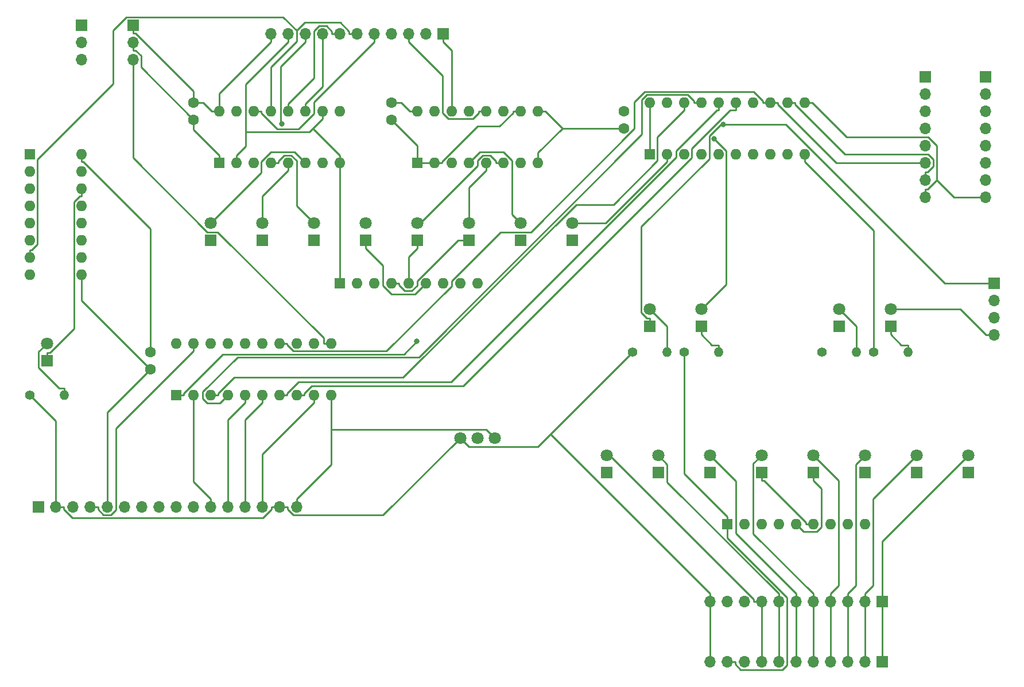
<source format=gbr>
%TF.GenerationSoftware,KiCad,Pcbnew,5.1.6-c6e7f7d~87~ubuntu16.04.1*%
%TF.CreationDate,2021-01-23T14:48:53-05:00*%
%TF.ProjectId,riscy_io,72697363-795f-4696-9f2e-6b696361645f,rev?*%
%TF.SameCoordinates,Original*%
%TF.FileFunction,Copper,L2,Bot*%
%TF.FilePolarity,Positive*%
%FSLAX46Y46*%
G04 Gerber Fmt 4.6, Leading zero omitted, Abs format (unit mm)*
G04 Created by KiCad (PCBNEW 5.1.6-c6e7f7d~87~ubuntu16.04.1) date 2021-01-23 14:48:53*
%MOMM*%
%LPD*%
G01*
G04 APERTURE LIST*
%TA.AperFunction,ComponentPad*%
%ADD10O,1.700000X1.700000*%
%TD*%
%TA.AperFunction,ComponentPad*%
%ADD11R,1.700000X1.700000*%
%TD*%
%TA.AperFunction,ComponentPad*%
%ADD12O,1.600000X1.600000*%
%TD*%
%TA.AperFunction,ComponentPad*%
%ADD13R,1.600000X1.600000*%
%TD*%
%TA.AperFunction,ComponentPad*%
%ADD14C,1.800000*%
%TD*%
%TA.AperFunction,ComponentPad*%
%ADD15O,1.400000X1.400000*%
%TD*%
%TA.AperFunction,ComponentPad*%
%ADD16C,1.400000*%
%TD*%
%TA.AperFunction,ComponentPad*%
%ADD17R,1.800000X1.800000*%
%TD*%
%TA.AperFunction,ComponentPad*%
%ADD18C,1.600000*%
%TD*%
%TA.AperFunction,ViaPad*%
%ADD19C,0.800000*%
%TD*%
%TA.AperFunction,Conductor*%
%ADD20C,0.250000*%
%TD*%
G04 APERTURE END LIST*
D10*
%TO.P,J10,11*%
%TO.N,+5V*%
X104140000Y-96520000D03*
%TO.P,J10,10*%
%TO.N,GND*%
X106680000Y-96520000D03*
%TO.P,J10,9*%
%TO.N,out3*%
X109220000Y-96520000D03*
%TO.P,J10,8*%
%TO.N,Net-(D9-Pad2)*%
X111760000Y-96520000D03*
%TO.P,J10,7*%
%TO.N,Net-(D10-Pad2)*%
X114300000Y-96520000D03*
%TO.P,J10,6*%
%TO.N,Net-(D11-Pad2)*%
X116840000Y-96520000D03*
%TO.P,J10,5*%
%TO.N,Net-(D12-Pad2)*%
X119380000Y-96520000D03*
%TO.P,J10,4*%
%TO.N,Net-(D13-Pad2)*%
X121920000Y-96520000D03*
%TO.P,J10,3*%
%TO.N,Net-(D14-Pad2)*%
X124460000Y-96520000D03*
%TO.P,J10,2*%
%TO.N,Net-(D15-Pad2)*%
X127000000Y-96520000D03*
D11*
%TO.P,J10,1*%
%TO.N,Net-(D16-Pad2)*%
X129540000Y-96520000D03*
%TD*%
D12*
%TO.P,U2,16*%
%TO.N,+5V*%
X60960000Y-15240000D03*
%TO.P,U2,8*%
%TO.N,GND*%
X78740000Y-22860000D03*
%TO.P,U2,15*%
%TO.N,inclr*%
X63500000Y-15240000D03*
%TO.P,U2,7*%
%TO.N,Net-(D21-Pad1)*%
X76200000Y-22860000D03*
%TO.P,U2,14*%
%TO.N,Net-(J8-Pad5)*%
X66040000Y-15240000D03*
%TO.P,U2,6*%
%TO.N,Net-(D5-Pad2)*%
X73660000Y-22860000D03*
%TO.P,U2,13*%
%TO.N,Net-(J8-Pad4)*%
X68580000Y-15240000D03*
%TO.P,U2,5*%
%TO.N,Net-(D6-Pad2)*%
X71120000Y-22860000D03*
%TO.P,U2,12*%
%TO.N,Net-(J8-Pad3)*%
X71120000Y-15240000D03*
%TO.P,U2,4*%
%TO.N,Net-(D7-Pad2)*%
X68580000Y-22860000D03*
%TO.P,U2,11*%
%TO.N,Net-(J8-Pad2)*%
X73660000Y-15240000D03*
%TO.P,U2,3*%
%TO.N,Net-(D8-Pad2)*%
X66040000Y-22860000D03*
%TO.P,U2,10*%
%TO.N,GND*%
X76200000Y-15240000D03*
%TO.P,U2,2*%
X63500000Y-22860000D03*
%TO.P,U2,9*%
X78740000Y-15240000D03*
D13*
%TO.P,U2,1*%
X60960000Y-22860000D03*
%TD*%
D12*
%TO.P,U1,16*%
%TO.N,+5V*%
X31750000Y-15240000D03*
%TO.P,U1,8*%
%TO.N,GND*%
X49530000Y-22860000D03*
%TO.P,U1,15*%
%TO.N,inclr*%
X34290000Y-15240000D03*
%TO.P,U1,7*%
%TO.N,Net-(D21-Pad1)*%
X46990000Y-22860000D03*
%TO.P,U1,14*%
%TO.N,Net-(J8-Pad6)*%
X36830000Y-15240000D03*
%TO.P,U1,6*%
%TO.N,Net-(D1-Pad2)*%
X44450000Y-22860000D03*
%TO.P,U1,13*%
%TO.N,Net-(J8-Pad7)*%
X39370000Y-15240000D03*
%TO.P,U1,5*%
%TO.N,Net-(D2-Pad2)*%
X41910000Y-22860000D03*
%TO.P,U1,12*%
%TO.N,Net-(J8-Pad8)*%
X41910000Y-15240000D03*
%TO.P,U1,4*%
%TO.N,Net-(D3-Pad2)*%
X39370000Y-22860000D03*
%TO.P,U1,11*%
%TO.N,Net-(J8-Pad15)*%
X44450000Y-15240000D03*
%TO.P,U1,3*%
%TO.N,Net-(D4-Pad2)*%
X36830000Y-22860000D03*
%TO.P,U1,10*%
%TO.N,GND*%
X46990000Y-15240000D03*
%TO.P,U1,2*%
X34290000Y-22860000D03*
%TO.P,U1,9*%
X49530000Y-15240000D03*
D13*
%TO.P,U1,1*%
X31750000Y-22860000D03*
%TD*%
D10*
%TO.P,J9,11*%
%TO.N,+5V*%
X39370000Y-3810000D03*
%TO.P,J9,10*%
%TO.N,GND*%
X41910000Y-3810000D03*
%TO.P,J9,9*%
%TO.N,Net-(D21-Pad1)*%
X44450000Y-3810000D03*
%TO.P,J9,8*%
%TO.N,Net-(J8-Pad15)*%
X46990000Y-3810000D03*
%TO.P,J9,7*%
%TO.N,Net-(J8-Pad8)*%
X49530000Y-3810000D03*
%TO.P,J9,6*%
%TO.N,Net-(J8-Pad7)*%
X52070000Y-3810000D03*
%TO.P,J9,5*%
%TO.N,Net-(J8-Pad6)*%
X54610000Y-3810000D03*
%TO.P,J9,4*%
%TO.N,Net-(J8-Pad2)*%
X57150000Y-3810000D03*
%TO.P,J9,3*%
%TO.N,Net-(J8-Pad3)*%
X59690000Y-3810000D03*
%TO.P,J9,2*%
%TO.N,Net-(J8-Pad4)*%
X62230000Y-3810000D03*
D11*
%TO.P,J9,1*%
%TO.N,Net-(J8-Pad5)*%
X64770000Y-3810000D03*
%TD*%
D12*
%TO.P,U4,20*%
%TO.N,+5V*%
X25400000Y-49530000D03*
%TO.P,U4,10*%
%TO.N,GND*%
X48260000Y-57150000D03*
%TO.P,U4,19*%
%TO.N,Net-(D9-Pad2)*%
X27940000Y-49530000D03*
%TO.P,U4,9*%
%TO.N,Net-(D13-Pad2)*%
X45720000Y-57150000D03*
%TO.P,U4,18*%
%TO.N,Net-(J3-Pad8)*%
X30480000Y-49530000D03*
%TO.P,U4,8*%
%TO.N,Net-(J3-Pad4)*%
X43180000Y-57150000D03*
%TO.P,U4,17*%
%TO.N,Net-(J3-Pad7)*%
X33020000Y-49530000D03*
%TO.P,U4,7*%
%TO.N,Net-(J3-Pad3)*%
X40640000Y-57150000D03*
%TO.P,U4,16*%
%TO.N,Net-(D10-Pad2)*%
X35560000Y-49530000D03*
%TO.P,U4,6*%
%TO.N,Net-(D14-Pad2)*%
X38100000Y-57150000D03*
%TO.P,U4,15*%
%TO.N,Net-(D11-Pad2)*%
X38100000Y-49530000D03*
%TO.P,U4,5*%
%TO.N,Net-(D15-Pad2)*%
X35560000Y-57150000D03*
%TO.P,U4,14*%
%TO.N,Net-(J3-Pad6)*%
X40640000Y-49530000D03*
%TO.P,U4,4*%
%TO.N,Net-(J3-Pad2)*%
X33020000Y-57150000D03*
%TO.P,U4,13*%
%TO.N,Net-(J3-Pad5)*%
X43180000Y-49530000D03*
%TO.P,U4,3*%
%TO.N,Net-(J3-Pad1)*%
X30480000Y-57150000D03*
%TO.P,U4,12*%
%TO.N,Net-(D12-Pad2)*%
X45720000Y-49530000D03*
%TO.P,U4,2*%
%TO.N,Net-(D16-Pad2)*%
X27940000Y-57150000D03*
%TO.P,U4,11*%
%TO.N,CLK*%
X48260000Y-49530000D03*
D13*
%TO.P,U4,1*%
%TO.N,outex*%
X25400000Y-57150000D03*
%TD*%
D12*
%TO.P,U3,20*%
%TO.N,+5V*%
X95250000Y-13970000D03*
%TO.P,U3,10*%
%TO.N,GND*%
X118110000Y-21590000D03*
%TO.P,U3,19*%
%TO.N,inwb*%
X97790000Y-13970000D03*
%TO.P,U3,9*%
%TO.N,Net-(D1-Pad2)*%
X115570000Y-21590000D03*
%TO.P,U3,18*%
%TO.N,Net-(J3-Pad1)*%
X100330000Y-13970000D03*
%TO.P,U3,8*%
%TO.N,Net-(D2-Pad2)*%
X113030000Y-21590000D03*
%TO.P,U3,17*%
%TO.N,Net-(J3-Pad2)*%
X102870000Y-13970000D03*
%TO.P,U3,7*%
%TO.N,Net-(D3-Pad2)*%
X110490000Y-21590000D03*
%TO.P,U3,16*%
%TO.N,Net-(J3-Pad3)*%
X105410000Y-13970000D03*
%TO.P,U3,6*%
%TO.N,Net-(D4-Pad2)*%
X107950000Y-21590000D03*
%TO.P,U3,15*%
%TO.N,Net-(J3-Pad4)*%
X107950000Y-13970000D03*
%TO.P,U3,5*%
%TO.N,Net-(D5-Pad2)*%
X105410000Y-21590000D03*
%TO.P,U3,14*%
%TO.N,Net-(J3-Pad5)*%
X110490000Y-13970000D03*
%TO.P,U3,4*%
%TO.N,Net-(D6-Pad2)*%
X102870000Y-21590000D03*
%TO.P,U3,13*%
%TO.N,Net-(J3-Pad6)*%
X113030000Y-13970000D03*
%TO.P,U3,3*%
%TO.N,Net-(D7-Pad2)*%
X100330000Y-21590000D03*
%TO.P,U3,12*%
%TO.N,Net-(J3-Pad7)*%
X115570000Y-13970000D03*
%TO.P,U3,2*%
%TO.N,Net-(D8-Pad2)*%
X97790000Y-21590000D03*
%TO.P,U3,11*%
%TO.N,Net-(J3-Pad8)*%
X118110000Y-13970000D03*
D13*
%TO.P,U3,1*%
%TO.N,+5V*%
X95250000Y-21590000D03*
%TD*%
D14*
%TO.P,RV1,1*%
%TO.N,GND*%
X72390000Y-63500000D03*
%TO.P,RV1,2*%
%TO.N,Net-(J6-Pad3)*%
X69850000Y-63500000D03*
%TO.P,RV1,3*%
%TO.N,+5V*%
X67310000Y-63500000D03*
%TD*%
D12*
%TO.P,RN2,9*%
%TO.N,Net-(D9-Pad1)*%
X127000000Y-76200000D03*
%TO.P,RN2,8*%
%TO.N,Net-(D10-Pad1)*%
X124460000Y-76200000D03*
%TO.P,RN2,7*%
%TO.N,Net-(D11-Pad1)*%
X121920000Y-76200000D03*
%TO.P,RN2,6*%
%TO.N,Net-(D12-Pad1)*%
X119380000Y-76200000D03*
%TO.P,RN2,5*%
%TO.N,Net-(D13-Pad1)*%
X116840000Y-76200000D03*
%TO.P,RN2,4*%
%TO.N,Net-(D14-Pad1)*%
X114300000Y-76200000D03*
%TO.P,RN2,3*%
%TO.N,Net-(D15-Pad1)*%
X111760000Y-76200000D03*
%TO.P,RN2,2*%
%TO.N,Net-(D16-Pad1)*%
X109220000Y-76200000D03*
D13*
%TO.P,RN2,1*%
%TO.N,GND*%
X106680000Y-76200000D03*
%TD*%
D12*
%TO.P,RN1,9*%
%TO.N,Net-(D1-Pad1)*%
X69850000Y-40640000D03*
%TO.P,RN1,8*%
%TO.N,Net-(D2-Pad1)*%
X67310000Y-40640000D03*
%TO.P,RN1,7*%
%TO.N,Net-(D3-Pad1)*%
X64770000Y-40640000D03*
%TO.P,RN1,6*%
%TO.N,Net-(D4-Pad1)*%
X62230000Y-40640000D03*
%TO.P,RN1,5*%
%TO.N,Net-(D5-Pad1)*%
X59690000Y-40640000D03*
%TO.P,RN1,4*%
%TO.N,Net-(D6-Pad1)*%
X57150000Y-40640000D03*
%TO.P,RN1,3*%
%TO.N,Net-(D7-Pad1)*%
X54610000Y-40640000D03*
%TO.P,RN1,2*%
%TO.N,Net-(D8-Pad1)*%
X52070000Y-40640000D03*
D13*
%TO.P,RN1,1*%
%TO.N,GND*%
X49530000Y-40640000D03*
%TD*%
D15*
%TO.P,R5,2*%
%TO.N,Net-(D21-Pad2)*%
X8890000Y-57150000D03*
D16*
%TO.P,R5,1*%
%TO.N,+5V*%
X3810000Y-57150000D03*
%TD*%
D15*
%TO.P,R4,2*%
%TO.N,Net-(D20-Pad1)*%
X133350000Y-50800000D03*
D16*
%TO.P,R4,1*%
%TO.N,GND*%
X128270000Y-50800000D03*
%TD*%
D15*
%TO.P,R3,2*%
%TO.N,Net-(D19-Pad2)*%
X125730000Y-50800000D03*
D16*
%TO.P,R3,1*%
%TO.N,+5V*%
X120650000Y-50800000D03*
%TD*%
D15*
%TO.P,R2,2*%
%TO.N,Net-(D18-Pad1)*%
X105410000Y-50800000D03*
D16*
%TO.P,R2,1*%
%TO.N,GND*%
X100330000Y-50800000D03*
%TD*%
D15*
%TO.P,R1,2*%
%TO.N,Net-(D17-Pad2)*%
X97790000Y-50800000D03*
D16*
%TO.P,R1,1*%
%TO.N,+5V*%
X92710000Y-50800000D03*
%TD*%
D12*
%TO.P,J8,16*%
%TO.N,+5V*%
X11430000Y-21590000D03*
%TO.P,J8,8*%
%TO.N,Net-(J8-Pad8)*%
X3810000Y-39370000D03*
%TO.P,J8,15*%
%TO.N,Net-(J8-Pad15)*%
X11430000Y-24130000D03*
%TO.P,J8,7*%
%TO.N,Net-(J8-Pad7)*%
X3810000Y-36830000D03*
%TO.P,J8,14*%
%TO.N,Net-(D21-Pad1)*%
X11430000Y-26670000D03*
%TO.P,J8,6*%
%TO.N,Net-(J8-Pad6)*%
X3810000Y-34290000D03*
%TO.P,J8,13*%
%TO.N,Net-(J8-Pad13)*%
X11430000Y-29210000D03*
%TO.P,J8,5*%
%TO.N,Net-(J8-Pad5)*%
X3810000Y-31750000D03*
%TO.P,J8,12*%
%TO.N,Net-(J8-Pad12)*%
X11430000Y-31750000D03*
%TO.P,J8,4*%
%TO.N,Net-(J8-Pad4)*%
X3810000Y-29210000D03*
%TO.P,J8,11*%
%TO.N,Net-(J8-Pad11)*%
X11430000Y-34290000D03*
%TO.P,J8,3*%
%TO.N,Net-(J8-Pad3)*%
X3810000Y-26670000D03*
%TO.P,J8,10*%
%TO.N,Net-(J8-Pad10)*%
X11430000Y-36830000D03*
%TO.P,J8,2*%
%TO.N,Net-(J8-Pad2)*%
X3810000Y-24130000D03*
%TO.P,J8,9*%
%TO.N,GND*%
X11430000Y-39370000D03*
D13*
%TO.P,J8,1*%
%TO.N,Net-(J8-Pad1)*%
X3810000Y-21590000D03*
%TD*%
D10*
%TO.P,J7,4*%
%TO.N,out3*%
X146050000Y-48260000D03*
%TO.P,J7,3*%
%TO.N,outex*%
X146050000Y-45720000D03*
%TO.P,J7,2*%
%TO.N,inclr*%
X146050000Y-43180000D03*
D11*
%TO.P,J7,1*%
%TO.N,inwb*%
X146050000Y-40640000D03*
%TD*%
D10*
%TO.P,J6,16*%
%TO.N,GND*%
X43180000Y-73660000D03*
%TO.P,J6,15*%
%TO.N,+5V*%
X40640000Y-73660000D03*
%TO.P,J6,14*%
%TO.N,Net-(D13-Pad2)*%
X38100000Y-73660000D03*
%TO.P,J6,13*%
%TO.N,Net-(D14-Pad2)*%
X35560000Y-73660000D03*
%TO.P,J6,12*%
%TO.N,Net-(D15-Pad2)*%
X33020000Y-73660000D03*
%TO.P,J6,11*%
%TO.N,Net-(D16-Pad2)*%
X30480000Y-73660000D03*
%TO.P,J6,10*%
%TO.N,Net-(J6-Pad10)*%
X27940000Y-73660000D03*
%TO.P,J6,9*%
%TO.N,Net-(J6-Pad9)*%
X25400000Y-73660000D03*
%TO.P,J6,8*%
%TO.N,Net-(J6-Pad8)*%
X22860000Y-73660000D03*
%TO.P,J6,7*%
%TO.N,Net-(J6-Pad7)*%
X20320000Y-73660000D03*
%TO.P,J6,6*%
%TO.N,out3*%
X17780000Y-73660000D03*
%TO.P,J6,5*%
%TO.N,GND*%
X15240000Y-73660000D03*
%TO.P,J6,4*%
%TO.N,Net-(D9-Pad2)*%
X12700000Y-73660000D03*
%TO.P,J6,3*%
%TO.N,Net-(J6-Pad3)*%
X10160000Y-73660000D03*
%TO.P,J6,2*%
%TO.N,+5V*%
X7620000Y-73660000D03*
D11*
%TO.P,J6,1*%
%TO.N,GND*%
X5080000Y-73660000D03*
%TD*%
D10*
%TO.P,J5,11*%
%TO.N,+5V*%
X104140000Y-87630000D03*
%TO.P,J5,10*%
%TO.N,GND*%
X106680000Y-87630000D03*
%TO.P,J5,9*%
%TO.N,out3*%
X109220000Y-87630000D03*
%TO.P,J5,8*%
%TO.N,Net-(D9-Pad2)*%
X111760000Y-87630000D03*
%TO.P,J5,7*%
%TO.N,Net-(D10-Pad2)*%
X114300000Y-87630000D03*
%TO.P,J5,6*%
%TO.N,Net-(D11-Pad2)*%
X116840000Y-87630000D03*
%TO.P,J5,5*%
%TO.N,Net-(D12-Pad2)*%
X119380000Y-87630000D03*
%TO.P,J5,4*%
%TO.N,Net-(D13-Pad2)*%
X121920000Y-87630000D03*
%TO.P,J5,3*%
%TO.N,Net-(D14-Pad2)*%
X124460000Y-87630000D03*
%TO.P,J5,2*%
%TO.N,Net-(D15-Pad2)*%
X127000000Y-87630000D03*
D11*
%TO.P,J5,1*%
%TO.N,Net-(D16-Pad2)*%
X129540000Y-87630000D03*
%TD*%
D10*
%TO.P,J4,8*%
%TO.N,Net-(J3-Pad8)*%
X135890000Y-27940000D03*
%TO.P,J4,7*%
%TO.N,Net-(J3-Pad7)*%
X135890000Y-25400000D03*
%TO.P,J4,6*%
%TO.N,Net-(J3-Pad6)*%
X135890000Y-22860000D03*
%TO.P,J4,5*%
%TO.N,Net-(J3-Pad5)*%
X135890000Y-20320000D03*
%TO.P,J4,4*%
%TO.N,Net-(J3-Pad4)*%
X135890000Y-17780000D03*
%TO.P,J4,3*%
%TO.N,Net-(J3-Pad3)*%
X135890000Y-15240000D03*
%TO.P,J4,2*%
%TO.N,Net-(J3-Pad2)*%
X135890000Y-12700000D03*
D11*
%TO.P,J4,1*%
%TO.N,Net-(J3-Pad1)*%
X135890000Y-10160000D03*
%TD*%
D10*
%TO.P,J3,8*%
%TO.N,Net-(J3-Pad8)*%
X144780000Y-27940000D03*
%TO.P,J3,7*%
%TO.N,Net-(J3-Pad7)*%
X144780000Y-25400000D03*
%TO.P,J3,6*%
%TO.N,Net-(J3-Pad6)*%
X144780000Y-22860000D03*
%TO.P,J3,5*%
%TO.N,Net-(J3-Pad5)*%
X144780000Y-20320000D03*
%TO.P,J3,4*%
%TO.N,Net-(J3-Pad4)*%
X144780000Y-17780000D03*
%TO.P,J3,3*%
%TO.N,Net-(J3-Pad3)*%
X144780000Y-15240000D03*
%TO.P,J3,2*%
%TO.N,Net-(J3-Pad2)*%
X144780000Y-12700000D03*
D11*
%TO.P,J3,1*%
%TO.N,Net-(J3-Pad1)*%
X144780000Y-10160000D03*
%TD*%
D10*
%TO.P,J2,3*%
%TO.N,CLK*%
X19050000Y-7620000D03*
%TO.P,J2,2*%
%TO.N,GND*%
X19050000Y-5080000D03*
D11*
%TO.P,J2,1*%
%TO.N,+5V*%
X19050000Y-2540000D03*
%TD*%
D10*
%TO.P,J1,3*%
%TO.N,CLK*%
X11430000Y-7620000D03*
%TO.P,J1,2*%
%TO.N,GND*%
X11430000Y-5080000D03*
D11*
%TO.P,J1,1*%
%TO.N,+5V*%
X11430000Y-2540000D03*
%TD*%
D14*
%TO.P,D21,2*%
%TO.N,Net-(D21-Pad2)*%
X6350000Y-49530000D03*
D17*
%TO.P,D21,1*%
%TO.N,Net-(D21-Pad1)*%
X6350000Y-52070000D03*
%TD*%
D14*
%TO.P,D20,2*%
%TO.N,out3*%
X130810000Y-44450000D03*
D17*
%TO.P,D20,1*%
%TO.N,Net-(D20-Pad1)*%
X130810000Y-46990000D03*
%TD*%
D14*
%TO.P,D19,2*%
%TO.N,Net-(D19-Pad2)*%
X123190000Y-44450000D03*
D17*
%TO.P,D19,1*%
%TO.N,outex*%
X123190000Y-46990000D03*
%TD*%
D14*
%TO.P,D18,2*%
%TO.N,inclr*%
X102870000Y-44450000D03*
D17*
%TO.P,D18,1*%
%TO.N,Net-(D18-Pad1)*%
X102870000Y-46990000D03*
%TD*%
D14*
%TO.P,D17,2*%
%TO.N,Net-(D17-Pad2)*%
X95250000Y-44450000D03*
D17*
%TO.P,D17,1*%
%TO.N,inwb*%
X95250000Y-46990000D03*
%TD*%
D14*
%TO.P,D16,2*%
%TO.N,Net-(D16-Pad2)*%
X142240000Y-66040000D03*
D17*
%TO.P,D16,1*%
%TO.N,Net-(D16-Pad1)*%
X142240000Y-68580000D03*
%TD*%
D14*
%TO.P,D15,2*%
%TO.N,Net-(D15-Pad2)*%
X134620000Y-66040000D03*
D17*
%TO.P,D15,1*%
%TO.N,Net-(D15-Pad1)*%
X134620000Y-68580000D03*
%TD*%
D14*
%TO.P,D14,2*%
%TO.N,Net-(D14-Pad2)*%
X127000000Y-66040000D03*
D17*
%TO.P,D14,1*%
%TO.N,Net-(D14-Pad1)*%
X127000000Y-68580000D03*
%TD*%
D14*
%TO.P,D13,2*%
%TO.N,Net-(D13-Pad2)*%
X119380000Y-66040000D03*
D17*
%TO.P,D13,1*%
%TO.N,Net-(D13-Pad1)*%
X119380000Y-68580000D03*
%TD*%
D14*
%TO.P,D12,2*%
%TO.N,Net-(D12-Pad2)*%
X111760000Y-66040000D03*
D17*
%TO.P,D12,1*%
%TO.N,Net-(D12-Pad1)*%
X111760000Y-68580000D03*
%TD*%
D14*
%TO.P,D11,2*%
%TO.N,Net-(D11-Pad2)*%
X104140000Y-66040000D03*
D17*
%TO.P,D11,1*%
%TO.N,Net-(D11-Pad1)*%
X104140000Y-68580000D03*
%TD*%
D14*
%TO.P,D10,2*%
%TO.N,Net-(D10-Pad2)*%
X96520000Y-66040000D03*
D17*
%TO.P,D10,1*%
%TO.N,Net-(D10-Pad1)*%
X96520000Y-68580000D03*
%TD*%
D14*
%TO.P,D9,2*%
%TO.N,Net-(D9-Pad2)*%
X88900000Y-66040000D03*
D17*
%TO.P,D9,1*%
%TO.N,Net-(D9-Pad1)*%
X88900000Y-68580000D03*
%TD*%
D14*
%TO.P,D8,2*%
%TO.N,Net-(D8-Pad2)*%
X83820000Y-31750000D03*
D17*
%TO.P,D8,1*%
%TO.N,Net-(D8-Pad1)*%
X83820000Y-34290000D03*
%TD*%
D14*
%TO.P,D7,2*%
%TO.N,Net-(D7-Pad2)*%
X76200000Y-31750000D03*
D17*
%TO.P,D7,1*%
%TO.N,Net-(D7-Pad1)*%
X76200000Y-34290000D03*
%TD*%
D14*
%TO.P,D6,2*%
%TO.N,Net-(D6-Pad2)*%
X68580000Y-31750000D03*
D17*
%TO.P,D6,1*%
%TO.N,Net-(D6-Pad1)*%
X68580000Y-34290000D03*
%TD*%
D14*
%TO.P,D5,2*%
%TO.N,Net-(D5-Pad2)*%
X60960000Y-31750000D03*
D17*
%TO.P,D5,1*%
%TO.N,Net-(D5-Pad1)*%
X60960000Y-34290000D03*
%TD*%
D14*
%TO.P,D4,2*%
%TO.N,Net-(D4-Pad2)*%
X53340000Y-31750000D03*
D17*
%TO.P,D4,1*%
%TO.N,Net-(D4-Pad1)*%
X53340000Y-34290000D03*
%TD*%
D14*
%TO.P,D3,2*%
%TO.N,Net-(D3-Pad2)*%
X45720000Y-31750000D03*
D17*
%TO.P,D3,1*%
%TO.N,Net-(D3-Pad1)*%
X45720000Y-34290000D03*
%TD*%
D14*
%TO.P,D2,2*%
%TO.N,Net-(D2-Pad2)*%
X38100000Y-31750000D03*
D17*
%TO.P,D2,1*%
%TO.N,Net-(D2-Pad1)*%
X38100000Y-34290000D03*
%TD*%
D14*
%TO.P,D1,2*%
%TO.N,Net-(D1-Pad2)*%
X30480000Y-31750000D03*
D17*
%TO.P,D1,1*%
%TO.N,Net-(D1-Pad1)*%
X30480000Y-34290000D03*
%TD*%
D18*
%TO.P,C4,2*%
%TO.N,GND*%
X21590000Y-53300000D03*
%TO.P,C4,1*%
%TO.N,+5V*%
X21590000Y-50800000D03*
%TD*%
%TO.P,C3,2*%
%TO.N,GND*%
X91440000Y-17740000D03*
%TO.P,C3,1*%
%TO.N,+5V*%
X91440000Y-15240000D03*
%TD*%
%TO.P,C2,2*%
%TO.N,GND*%
X57150000Y-16470000D03*
%TO.P,C2,1*%
%TO.N,+5V*%
X57150000Y-13970000D03*
%TD*%
%TO.P,C1,2*%
%TO.N,GND*%
X27940000Y-16470000D03*
%TO.P,C1,1*%
%TO.N,+5V*%
X27940000Y-13970000D03*
%TD*%
D19*
%TO.N,inwb*%
X106074100Y-17166000D03*
%TO.N,inclr*%
X104747100Y-19272900D03*
%TO.N,outex*%
X60918900Y-49173300D03*
%TO.N,Net-(D21-Pad1)*%
X41002700Y-17109900D03*
%TD*%
D20*
%TO.N,GND*%
X45575300Y-17780000D02*
X46990000Y-16365300D01*
X35659200Y-18301200D02*
X45054100Y-18301200D01*
X45054100Y-18301200D02*
X45575300Y-17780000D01*
X45575300Y-17780000D02*
X49530000Y-21734700D01*
X49530000Y-22860000D02*
X49530000Y-21734700D01*
X35659200Y-18301200D02*
X35659200Y-20365500D01*
X35659200Y-20365500D02*
X34290000Y-21734700D01*
X41910000Y-4985300D02*
X35659200Y-11236100D01*
X35659200Y-11236100D02*
X35659200Y-18301200D01*
X46990000Y-15240000D02*
X46990000Y-16365300D01*
X31750000Y-22860000D02*
X31750000Y-21734700D01*
X31750000Y-21734700D02*
X27940000Y-17924700D01*
X27940000Y-17924700D02*
X27940000Y-16470000D01*
X19050000Y-6255300D02*
X19417400Y-6255300D01*
X19417400Y-6255300D02*
X20225300Y-7063200D01*
X20225300Y-7063200D02*
X20225300Y-8755300D01*
X20225300Y-8755300D02*
X27940000Y-16470000D01*
X82365300Y-17740000D02*
X91440000Y-17740000D01*
X79865300Y-15240000D02*
X82365300Y-17740000D01*
X82365300Y-17740000D02*
X78740000Y-21365300D01*
X78740000Y-21365300D02*
X78740000Y-22860000D01*
X78740000Y-15240000D02*
X79865300Y-15240000D01*
X48260000Y-62236700D02*
X48260000Y-57150000D01*
X43180000Y-72484700D02*
X48260000Y-67404700D01*
X48260000Y-67404700D02*
X48260000Y-62236700D01*
X48260000Y-62236700D02*
X71126700Y-62236700D01*
X71126700Y-62236700D02*
X72390000Y-63500000D01*
X60960000Y-22860000D02*
X62374700Y-22860000D01*
X57150000Y-16470000D02*
X60960000Y-20280000D01*
X60960000Y-20280000D02*
X60960000Y-22860000D01*
X63500000Y-22860000D02*
X62374700Y-22860000D01*
X34290000Y-22860000D02*
X34290000Y-21734700D01*
X64625300Y-22860000D02*
X64625300Y-22655500D01*
X64625300Y-22655500D02*
X69828300Y-17452500D01*
X69828300Y-17452500D02*
X73096200Y-17452500D01*
X73096200Y-17452500D02*
X75074700Y-15474000D01*
X75074700Y-15474000D02*
X75074700Y-15240000D01*
X49530000Y-40077300D02*
X49530000Y-40640000D01*
X41910000Y-3810000D02*
X41910000Y-4985300D01*
X49530000Y-40077300D02*
X49530000Y-39514700D01*
X15240000Y-73660000D02*
X15240000Y-59650000D01*
X15240000Y-59650000D02*
X21590000Y-53300000D01*
X11430000Y-39370000D02*
X11430000Y-43140000D01*
X11430000Y-43140000D02*
X21590000Y-53300000D01*
X118110000Y-21590000D02*
X118110000Y-22715300D01*
X118110000Y-22715300D02*
X128270000Y-32875300D01*
X128270000Y-32875300D02*
X128270000Y-50800000D01*
X49530000Y-22860000D02*
X49530000Y-23985300D01*
X49530000Y-39514700D02*
X49530000Y-23985300D01*
X106680000Y-96520000D02*
X107855300Y-96520000D01*
X107855300Y-96520000D02*
X107855300Y-96887300D01*
X107855300Y-96887300D02*
X108673900Y-97705900D01*
X108673900Y-97705900D02*
X114812100Y-97705900D01*
X114812100Y-97705900D02*
X115504800Y-97013200D01*
X115504800Y-97013200D02*
X115504800Y-87022600D01*
X115504800Y-87022600D02*
X106680000Y-78197800D01*
X106680000Y-78197800D02*
X106680000Y-76200000D01*
X76200000Y-15240000D02*
X75074700Y-15240000D01*
X63500000Y-22860000D02*
X64625300Y-22860000D01*
X106680000Y-76200000D02*
X106680000Y-75074700D01*
X100330000Y-50800000D02*
X100330000Y-68724700D01*
X100330000Y-68724700D02*
X106680000Y-75074700D01*
X43180000Y-73660000D02*
X43180000Y-72484700D01*
X19050000Y-5080000D02*
X19050000Y-6255300D01*
%TO.N,+5V*%
X11430000Y-21590000D02*
X11430000Y-22715300D01*
X11430000Y-22715300D02*
X11711300Y-22715300D01*
X11711300Y-22715300D02*
X21590000Y-32594000D01*
X21590000Y-32594000D02*
X21590000Y-50800000D01*
X60960000Y-15240000D02*
X59834700Y-15240000D01*
X57150000Y-13970000D02*
X58564700Y-13970000D01*
X58564700Y-13970000D02*
X59834700Y-15240000D01*
X27940000Y-13970000D02*
X27940000Y-12300600D01*
X27940000Y-12300600D02*
X19354700Y-3715300D01*
X19354700Y-3715300D02*
X19050000Y-3715300D01*
X19050000Y-2540000D02*
X19050000Y-3715300D01*
X27940000Y-13970000D02*
X29354700Y-13970000D01*
X29354700Y-13970000D02*
X30624700Y-15240000D01*
X8795300Y-73660000D02*
X8795300Y-74027300D01*
X8795300Y-74027300D02*
X10053600Y-75285600D01*
X10053600Y-75285600D02*
X38206500Y-75285600D01*
X38206500Y-75285600D02*
X39464700Y-74027400D01*
X39464700Y-74027400D02*
X39464700Y-73660000D01*
X31750000Y-15240000D02*
X30624700Y-15240000D01*
X40640000Y-73660000D02*
X39464700Y-73660000D01*
X7620000Y-73660000D02*
X8795300Y-73660000D01*
X3810000Y-57150000D02*
X7620000Y-60960000D01*
X7620000Y-60960000D02*
X7620000Y-73660000D01*
X80597700Y-62912300D02*
X92710000Y-50800000D01*
X67310000Y-63500000D02*
X68570000Y-64760000D01*
X68570000Y-64760000D02*
X78750000Y-64760000D01*
X78750000Y-64760000D02*
X80597700Y-62912300D01*
X80597700Y-62912300D02*
X104140000Y-86454700D01*
X104140000Y-87630000D02*
X104140000Y-86454700D01*
X41815300Y-73660000D02*
X41815300Y-74027300D01*
X41815300Y-74027300D02*
X42672400Y-74884400D01*
X42672400Y-74884400D02*
X55925600Y-74884400D01*
X55925600Y-74884400D02*
X67310000Y-63500000D01*
X40640000Y-73660000D02*
X41815300Y-73660000D01*
X31750000Y-15240000D02*
X31750000Y-12605300D01*
X31750000Y-12605300D02*
X39370000Y-4985300D01*
X39370000Y-3810000D02*
X39370000Y-4985300D01*
X104140000Y-87630000D02*
X104140000Y-96520000D01*
X95250000Y-21590000D02*
X95250000Y-13970000D01*
%TO.N,Net-(D1-Pad2)*%
X30480000Y-31750000D02*
X37970300Y-24259700D01*
X37970300Y-24259700D02*
X37970300Y-22664700D01*
X37970300Y-22664700D02*
X39375500Y-21259500D01*
X39375500Y-21259500D02*
X42849500Y-21259500D01*
X42849500Y-21259500D02*
X44450000Y-22860000D01*
%TO.N,Net-(D2-Pad2)*%
X38100000Y-31750000D02*
X38100000Y-27795300D01*
X38100000Y-27795300D02*
X41910000Y-23985300D01*
X41910000Y-22860000D02*
X41910000Y-23985300D01*
%TO.N,Net-(D3-Pad2)*%
X39370000Y-22860000D02*
X40495300Y-22860000D01*
X45720000Y-31750000D02*
X43180000Y-29210000D01*
X43180000Y-29210000D02*
X43180000Y-22536400D01*
X43180000Y-22536400D02*
X42378300Y-21734700D01*
X42378300Y-21734700D02*
X41339200Y-21734700D01*
X41339200Y-21734700D02*
X40495300Y-22578600D01*
X40495300Y-22578600D02*
X40495300Y-22860000D01*
%TO.N,Net-(D4-Pad1)*%
X53340000Y-34290000D02*
X53340000Y-35515300D01*
X53340000Y-35515300D02*
X55880000Y-38055300D01*
X55880000Y-38055300D02*
X55880000Y-40962400D01*
X55880000Y-40962400D02*
X57142000Y-42224400D01*
X57142000Y-42224400D02*
X60645600Y-42224400D01*
X60645600Y-42224400D02*
X62230000Y-40640000D01*
%TO.N,Net-(D5-Pad2)*%
X73660000Y-22860000D02*
X72534700Y-22860000D01*
X60960000Y-31750000D02*
X61357600Y-31750000D01*
X61357600Y-31750000D02*
X69850000Y-23257600D01*
X69850000Y-23257600D02*
X69850000Y-22532500D01*
X69850000Y-22532500D02*
X70647800Y-21734700D01*
X70647800Y-21734700D02*
X71690800Y-21734700D01*
X71690800Y-21734700D02*
X72534700Y-22578600D01*
X72534700Y-22578600D02*
X72534700Y-22860000D01*
%TO.N,Net-(D5-Pad1)*%
X60960000Y-34290000D02*
X60960000Y-35515300D01*
X60960000Y-35515300D02*
X59690000Y-36785300D01*
X59690000Y-36785300D02*
X59690000Y-40640000D01*
%TO.N,Net-(D6-Pad2)*%
X71120000Y-22860000D02*
X71120000Y-23985300D01*
X68580000Y-31750000D02*
X68580000Y-26525300D01*
X68580000Y-26525300D02*
X71120000Y-23985300D01*
%TO.N,Net-(D6-Pad1)*%
X57150000Y-40640000D02*
X58275300Y-40640000D01*
X68580000Y-34290000D02*
X66982500Y-34290000D01*
X66982500Y-34290000D02*
X60960000Y-40312500D01*
X60960000Y-40312500D02*
X60960000Y-40961800D01*
X60960000Y-40961800D02*
X60156500Y-41765300D01*
X60156500Y-41765300D02*
X59119200Y-41765300D01*
X59119200Y-41765300D02*
X58275300Y-40921400D01*
X58275300Y-40921400D02*
X58275300Y-40640000D01*
%TO.N,Net-(D7-Pad2)*%
X76200000Y-31750000D02*
X74930000Y-30480000D01*
X74930000Y-30480000D02*
X74930000Y-22527000D01*
X74930000Y-22527000D02*
X73680400Y-21277400D01*
X73680400Y-21277400D02*
X70162600Y-21277400D01*
X70162600Y-21277400D02*
X68580000Y-22860000D01*
%TO.N,Net-(D8-Pad2)*%
X97790000Y-21590000D02*
X97790000Y-22715300D01*
X83820000Y-31750000D02*
X88755300Y-31750000D01*
X88755300Y-31750000D02*
X97790000Y-22715300D01*
%TO.N,Net-(D9-Pad2)*%
X12700000Y-73660000D02*
X13875300Y-73660000D01*
X27940000Y-49530000D02*
X27940000Y-50655300D01*
X27940000Y-50655300D02*
X16510000Y-62085300D01*
X16510000Y-62085300D02*
X16510000Y-74060200D01*
X16510000Y-74060200D02*
X15734900Y-74835300D01*
X15734900Y-74835300D02*
X14683200Y-74835300D01*
X14683200Y-74835300D02*
X13875300Y-74027400D01*
X13875300Y-74027400D02*
X13875300Y-73660000D01*
X111760000Y-87630000D02*
X110584700Y-87630000D01*
X88900000Y-66040000D02*
X89362000Y-66040000D01*
X89362000Y-66040000D02*
X110584700Y-87262700D01*
X110584700Y-87262700D02*
X110584700Y-87630000D01*
X111760000Y-96520000D02*
X111760000Y-87630000D01*
%TO.N,Net-(D10-Pad2)*%
X114300000Y-87630000D02*
X114300000Y-86454700D01*
X114300000Y-86454700D02*
X97834600Y-69989300D01*
X97834600Y-69989300D02*
X97834600Y-67354600D01*
X97834600Y-67354600D02*
X96520000Y-66040000D01*
X114300000Y-96520000D02*
X114300000Y-87630000D01*
%TO.N,Net-(D11-Pad2)*%
X116840000Y-87630000D02*
X116840000Y-86454700D01*
X104140000Y-66040000D02*
X107972100Y-69872100D01*
X107972100Y-69872100D02*
X107972100Y-77586800D01*
X107972100Y-77586800D02*
X116840000Y-86454700D01*
X116840000Y-87630000D02*
X116840000Y-96520000D01*
%TO.N,Net-(D12-Pad2)*%
X119380000Y-87630000D02*
X119380000Y-86454700D01*
X119380000Y-86454700D02*
X110534600Y-77609300D01*
X110534600Y-77609300D02*
X110534600Y-67265400D01*
X110534600Y-67265400D02*
X111760000Y-66040000D01*
X119380000Y-96520000D02*
X119380000Y-87630000D01*
%TO.N,Net-(D12-Pad1)*%
X119380000Y-76200000D02*
X118254700Y-76200000D01*
X111760000Y-68580000D02*
X111760000Y-69805300D01*
X111760000Y-69805300D02*
X112141300Y-69805300D01*
X112141300Y-69805300D02*
X118254700Y-75918700D01*
X118254700Y-75918700D02*
X118254700Y-76200000D01*
%TO.N,Net-(D13-Pad2)*%
X119380000Y-66040000D02*
X123095300Y-69755300D01*
X123095300Y-69755300D02*
X123095300Y-85279400D01*
X123095300Y-85279400D02*
X121920000Y-86454700D01*
X121920000Y-87630000D02*
X121920000Y-86454700D01*
X121920000Y-87630000D02*
X121920000Y-96520000D01*
X45720000Y-57150000D02*
X45720000Y-58275300D01*
X38100000Y-73660000D02*
X38100000Y-65895300D01*
X38100000Y-65895300D02*
X45720000Y-58275300D01*
%TO.N,Net-(D13-Pad1)*%
X119380000Y-68580000D02*
X119380000Y-69805300D01*
X119380000Y-69805300D02*
X120555300Y-70980600D01*
X120555300Y-70980600D02*
X120555300Y-76622600D01*
X120555300Y-76622600D02*
X119852600Y-77325300D01*
X119852600Y-77325300D02*
X117965300Y-77325300D01*
X117965300Y-77325300D02*
X116840000Y-76200000D01*
%TO.N,Net-(D14-Pad2)*%
X124460000Y-87630000D02*
X124460000Y-86454700D01*
X127000000Y-66040000D02*
X125635300Y-67404700D01*
X125635300Y-67404700D02*
X125635300Y-85279400D01*
X125635300Y-85279400D02*
X124460000Y-86454700D01*
X124460000Y-87630000D02*
X124460000Y-96520000D01*
X38100000Y-57150000D02*
X38100000Y-58275300D01*
X35560000Y-73660000D02*
X35560000Y-60815300D01*
X35560000Y-60815300D02*
X38100000Y-58275300D01*
%TO.N,Net-(D15-Pad2)*%
X127000000Y-87630000D02*
X127000000Y-86454700D01*
X134620000Y-66040000D02*
X128175300Y-72484700D01*
X128175300Y-72484700D02*
X128175300Y-85279400D01*
X128175300Y-85279400D02*
X127000000Y-86454700D01*
X127000000Y-87630000D02*
X127000000Y-96520000D01*
X35560000Y-57150000D02*
X35560000Y-58275300D01*
X33020000Y-73660000D02*
X33020000Y-60815300D01*
X33020000Y-60815300D02*
X35560000Y-58275300D01*
%TO.N,Net-(D16-Pad2)*%
X30480000Y-73660000D02*
X30480000Y-72484700D01*
X27940000Y-58275300D02*
X27940000Y-69944700D01*
X27940000Y-69944700D02*
X30480000Y-72484700D01*
X142240000Y-66040000D02*
X129540000Y-78740000D01*
X129540000Y-78740000D02*
X129540000Y-87630000D01*
X129540000Y-87630000D02*
X129540000Y-96520000D01*
X27940000Y-57150000D02*
X27940000Y-58275300D01*
%TO.N,Net-(D17-Pad2)*%
X95250000Y-44450000D02*
X97790000Y-46990000D01*
X97790000Y-46990000D02*
X97790000Y-50800000D01*
%TO.N,inwb*%
X106074100Y-17166000D02*
X105773100Y-17166000D01*
X105773100Y-17166000D02*
X104021800Y-18917300D01*
X104021800Y-18917300D02*
X104021800Y-22238400D01*
X104021800Y-22238400D02*
X94015700Y-32244500D01*
X94015700Y-32244500D02*
X94015700Y-44989900D01*
X94015700Y-44989900D02*
X94790500Y-45764700D01*
X94790500Y-45764700D02*
X95250000Y-45764700D01*
X106074100Y-17166000D02*
X115296400Y-17166000D01*
X115296400Y-17166000D02*
X138770400Y-40640000D01*
X138770400Y-40640000D02*
X146050000Y-40640000D01*
X95250000Y-46990000D02*
X95250000Y-45764700D01*
%TO.N,inclr*%
X102870000Y-44450000D02*
X106547800Y-40772200D01*
X106547800Y-40772200D02*
X106547800Y-21073600D01*
X106547800Y-21073600D02*
X104747100Y-19272900D01*
%TO.N,Net-(D18-Pad1)*%
X105410000Y-50800000D02*
X105410000Y-49774700D01*
X102870000Y-46990000D02*
X102870000Y-48215300D01*
X102870000Y-48215300D02*
X104429400Y-49774700D01*
X104429400Y-49774700D02*
X105410000Y-49774700D01*
%TO.N,Net-(D19-Pad2)*%
X123190000Y-44450000D02*
X125730000Y-46990000D01*
X125730000Y-46990000D02*
X125730000Y-50800000D01*
%TO.N,outex*%
X60918900Y-49173300D02*
X58986500Y-51105700D01*
X58986500Y-51105700D02*
X32288300Y-51105700D01*
X32288300Y-51105700D02*
X26525300Y-56868700D01*
X26525300Y-56868700D02*
X26525300Y-57150000D01*
X25400000Y-57150000D02*
X26525300Y-57150000D01*
%TO.N,out3*%
X146050000Y-48260000D02*
X144874700Y-48260000D01*
X130810000Y-44450000D02*
X141064700Y-44450000D01*
X141064700Y-44450000D02*
X144874700Y-48260000D01*
%TO.N,Net-(D20-Pad1)*%
X133350000Y-50800000D02*
X133350000Y-49774700D01*
X130810000Y-46990000D02*
X130810000Y-48215300D01*
X130810000Y-48215300D02*
X132369400Y-49774700D01*
X132369400Y-49774700D02*
X133350000Y-49774700D01*
%TO.N,Net-(D21-Pad2)*%
X8890000Y-57150000D02*
X8890000Y-56124700D01*
X6350000Y-49530000D02*
X5124600Y-50755400D01*
X5124600Y-50755400D02*
X5124600Y-53128300D01*
X5124600Y-53128300D02*
X8121000Y-56124700D01*
X8121000Y-56124700D02*
X8890000Y-56124700D01*
%TO.N,Net-(D21-Pad1)*%
X41002700Y-17109900D02*
X40781200Y-16888400D01*
X40781200Y-16888400D02*
X40781200Y-8654100D01*
X40781200Y-8654100D02*
X44450000Y-4985300D01*
X44450000Y-3810000D02*
X44450000Y-4985300D01*
X11430000Y-26670000D02*
X11430000Y-27795300D01*
X6350000Y-52070000D02*
X6350000Y-50844700D01*
X6350000Y-50844700D02*
X6809500Y-50844700D01*
X6809500Y-50844700D02*
X10304700Y-47349500D01*
X10304700Y-47349500D02*
X10304700Y-28639200D01*
X10304700Y-28639200D02*
X11148600Y-27795300D01*
X11148600Y-27795300D02*
X11430000Y-27795300D01*
%TO.N,CLK*%
X48260000Y-49530000D02*
X47134700Y-49530000D01*
X19050000Y-7620000D02*
X19050000Y-22117900D01*
X19050000Y-22117900D02*
X29996700Y-33064600D01*
X29996700Y-33064600D02*
X31530800Y-33064600D01*
X31530800Y-33064600D02*
X47134700Y-48668500D01*
X47134700Y-48668500D02*
X47134700Y-49530000D01*
%TO.N,Net-(J3-Pad8)*%
X137585900Y-25436100D02*
X136257300Y-26764700D01*
X136257300Y-26764700D02*
X135890000Y-26764700D01*
X119235300Y-13970000D02*
X124315300Y-19050000D01*
X124315300Y-19050000D02*
X136350200Y-19050000D01*
X136350200Y-19050000D02*
X137585900Y-20285700D01*
X137585900Y-20285700D02*
X137585900Y-25436100D01*
X144780000Y-27940000D02*
X140089800Y-27940000D01*
X140089800Y-27940000D02*
X137585900Y-25436100D01*
X118110000Y-13970000D02*
X119235300Y-13970000D01*
X135890000Y-27940000D02*
X135890000Y-26764700D01*
%TO.N,Net-(J3-Pad7)*%
X135890000Y-24224700D02*
X136257300Y-24224700D01*
X136257300Y-24224700D02*
X137083800Y-23398200D01*
X137083800Y-23398200D02*
X137083800Y-22365200D01*
X137083800Y-22365200D02*
X136308600Y-21590000D01*
X136308600Y-21590000D02*
X124034000Y-21590000D01*
X124034000Y-21590000D02*
X116695300Y-14251300D01*
X116695300Y-14251300D02*
X116695300Y-13970000D01*
X115570000Y-13970000D02*
X116695300Y-13970000D01*
X135890000Y-25400000D02*
X135890000Y-24224700D01*
%TO.N,Net-(J3-Pad6)*%
X111904700Y-13970000D02*
X111904700Y-13688700D01*
X111904700Y-13688700D02*
X110585800Y-12369800D01*
X110585800Y-12369800D02*
X94523300Y-12369800D01*
X94523300Y-12369800D02*
X92990200Y-13902900D01*
X92990200Y-13902900D02*
X92990200Y-17802900D01*
X92990200Y-17802900D02*
X77728500Y-33064600D01*
X77728500Y-33064600D02*
X73258500Y-33064600D01*
X73258500Y-33064600D02*
X66040000Y-40283100D01*
X66040000Y-40283100D02*
X66040000Y-41030800D01*
X66040000Y-41030800D02*
X56415400Y-50655400D01*
X56415400Y-50655400D02*
X42697800Y-50655400D01*
X42697800Y-50655400D02*
X41765300Y-49722900D01*
X41765300Y-49722900D02*
X41765300Y-49530000D01*
X113030000Y-13970000D02*
X114155300Y-13970000D01*
X135890000Y-22860000D02*
X122764000Y-22860000D01*
X122764000Y-22860000D02*
X114155300Y-14251300D01*
X114155300Y-14251300D02*
X114155300Y-13970000D01*
X40640000Y-49530000D02*
X41765300Y-49530000D01*
X113030000Y-13970000D02*
X111904700Y-13970000D01*
%TO.N,Net-(J3-Pad4)*%
X44305300Y-57150000D02*
X44305300Y-56868700D01*
X44305300Y-56868700D02*
X45386000Y-55788000D01*
X45386000Y-55788000D02*
X67751600Y-55788000D01*
X67751600Y-55788000D02*
X101457500Y-22082100D01*
X101457500Y-22082100D02*
X101457500Y-20756900D01*
X101457500Y-20756900D02*
X107119100Y-15095300D01*
X107119100Y-15095300D02*
X107950000Y-15095300D01*
X43180000Y-57150000D02*
X44305300Y-57150000D01*
X107950000Y-13970000D02*
X107950000Y-15095300D01*
%TO.N,Net-(J3-Pad3)*%
X40640000Y-57150000D02*
X41765300Y-57150000D01*
X105410000Y-13970000D02*
X105410000Y-15095300D01*
X105410000Y-15095300D02*
X105128700Y-15095300D01*
X105128700Y-15095300D02*
X99154200Y-21069800D01*
X99154200Y-21069800D02*
X99154200Y-21992600D01*
X99154200Y-21992600D02*
X65923400Y-55223400D01*
X65923400Y-55223400D02*
X43410600Y-55223400D01*
X43410600Y-55223400D02*
X41765300Y-56868700D01*
X41765300Y-56868700D02*
X41765300Y-57150000D01*
%TO.N,Net-(J3-Pad2)*%
X102870000Y-13970000D02*
X101744700Y-13970000D01*
X101744700Y-13970000D02*
X101744700Y-13700200D01*
X101744700Y-13700200D02*
X100864600Y-12820100D01*
X100864600Y-12820100D02*
X94791700Y-12820100D01*
X94791700Y-12820100D02*
X94105600Y-13506200D01*
X94105600Y-13506200D02*
X94105600Y-18661000D01*
X94105600Y-18661000D02*
X61210500Y-51556100D01*
X61210500Y-51556100D02*
X34447000Y-51556100D01*
X34447000Y-51556100D02*
X29336600Y-56666500D01*
X29336600Y-56666500D02*
X29336600Y-57684700D01*
X29336600Y-57684700D02*
X29956300Y-58304400D01*
X29956300Y-58304400D02*
X31865600Y-58304400D01*
X31865600Y-58304400D02*
X33020000Y-57150000D01*
%TO.N,Net-(J3-Pad1)*%
X31605300Y-57150000D02*
X31605300Y-56868700D01*
X31605300Y-56868700D02*
X33926100Y-54547900D01*
X33926100Y-54547900D02*
X58855600Y-54547900D01*
X58855600Y-54547900D02*
X84384800Y-29018700D01*
X84384800Y-29018700D02*
X89892500Y-29018700D01*
X89892500Y-29018700D02*
X96375700Y-22535500D01*
X96375700Y-22535500D02*
X96375700Y-19049600D01*
X96375700Y-19049600D02*
X100330000Y-15095300D01*
X30480000Y-57150000D02*
X31605300Y-57150000D01*
X100330000Y-13970000D02*
X100330000Y-15095300D01*
%TO.N,Net-(J8-Pad8)*%
X49530000Y-3810000D02*
X48354700Y-3810000D01*
X41910000Y-15240000D02*
X41910000Y-14114700D01*
X41910000Y-14114700D02*
X45720000Y-10304700D01*
X45720000Y-10304700D02*
X45720000Y-3409800D01*
X45720000Y-3409800D02*
X46495100Y-2634700D01*
X46495100Y-2634700D02*
X47546800Y-2634700D01*
X47546800Y-2634700D02*
X48354700Y-3442600D01*
X48354700Y-3442600D02*
X48354700Y-3810000D01*
%TO.N,Net-(J8-Pad15)*%
X44450000Y-15240000D02*
X44450000Y-14114700D01*
X44450000Y-14114700D02*
X46990000Y-11574700D01*
X46990000Y-11574700D02*
X46990000Y-3810000D01*
%TO.N,Net-(J8-Pad7)*%
X43164300Y-3339300D02*
X43164300Y-4916900D01*
X43164300Y-4916900D02*
X39370000Y-8711200D01*
X39370000Y-8711200D02*
X39370000Y-15240000D01*
X50894700Y-3810000D02*
X50894700Y-3442700D01*
X50894700Y-3442700D02*
X49609100Y-2157100D01*
X49609100Y-2157100D02*
X44346500Y-2157100D01*
X44346500Y-2157100D02*
X43164300Y-3339300D01*
X3810000Y-35704700D02*
X4091400Y-35704700D01*
X4091400Y-35704700D02*
X4935300Y-34860800D01*
X4935300Y-34860800D02*
X4935300Y-22324100D01*
X4935300Y-22324100D02*
X16118200Y-11141200D01*
X16118200Y-11141200D02*
X16118200Y-3305500D01*
X16118200Y-3305500D02*
X18059100Y-1364600D01*
X18059100Y-1364600D02*
X41189600Y-1364600D01*
X41189600Y-1364600D02*
X43164300Y-3339300D01*
X3810000Y-36830000D02*
X3810000Y-35704700D01*
X52070000Y-3810000D02*
X50894700Y-3810000D01*
%TO.N,Net-(J8-Pad6)*%
X54610000Y-4985300D02*
X45720000Y-13875300D01*
X45720000Y-13875300D02*
X45720000Y-15563100D01*
X45720000Y-15563100D02*
X43439900Y-17843200D01*
X43439900Y-17843200D02*
X40277200Y-17843200D01*
X40277200Y-17843200D02*
X37955300Y-15521300D01*
X37955300Y-15521300D02*
X37955300Y-15240000D01*
X54610000Y-3810000D02*
X54610000Y-4985300D01*
X36830000Y-15240000D02*
X37955300Y-15240000D01*
%TO.N,Net-(J8-Pad5)*%
X64770000Y-3810000D02*
X64770000Y-4985300D01*
X66040000Y-15240000D02*
X66040000Y-6255300D01*
X66040000Y-6255300D02*
X64770000Y-4985300D01*
%TO.N,Net-(J8-Pad3)*%
X71120000Y-15240000D02*
X69994700Y-15240000D01*
X59690000Y-3810000D02*
X59690000Y-4985300D01*
X59690000Y-4985300D02*
X64696100Y-9991400D01*
X64696100Y-9991400D02*
X64696100Y-15493400D01*
X64696100Y-15493400D02*
X65568000Y-16365300D01*
X65568000Y-16365300D02*
X69150800Y-16365300D01*
X69150800Y-16365300D02*
X69994700Y-15521400D01*
X69994700Y-15521400D02*
X69994700Y-15240000D01*
%TD*%
M02*

</source>
